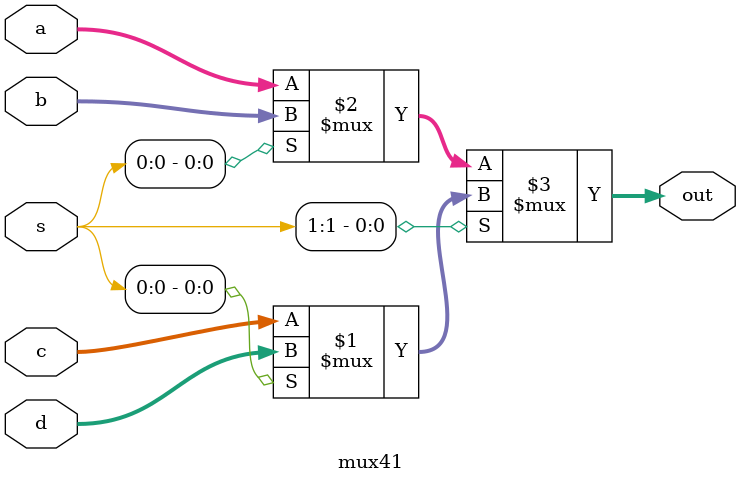
<source format=v>
module mux41 #(parameter WIDTH = 8) ( 
input [WIDTH-1:0] a, b, c, d,
input [1:0] s,
output [WIDTH-1:0] out); 

 assign out = s[1] ? (s[0] ? d : c) : (s[0] ? b : a); 

endmodule

</source>
